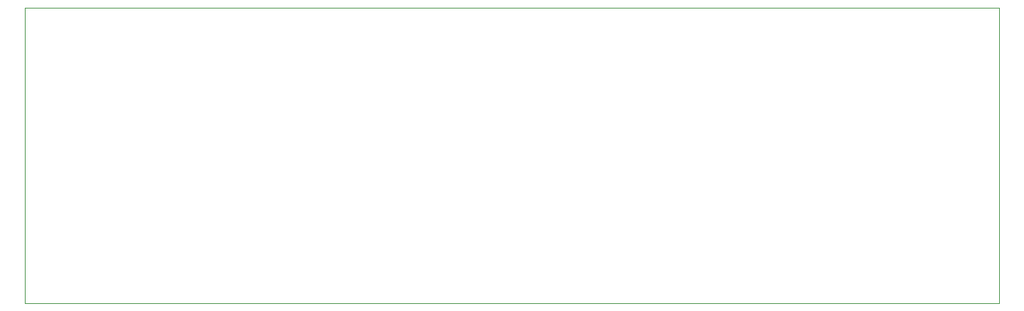
<source format=gbr>
%TF.GenerationSoftware,KiCad,Pcbnew,(6.0.0-0)*%
%TF.CreationDate,2022-09-15T22:17:50-04:00*%
%TF.ProjectId,CPU-Instruction-Decoder,4350552d-496e-4737-9472-756374696f6e,rev?*%
%TF.SameCoordinates,Original*%
%TF.FileFunction,Profile,NP*%
%FSLAX46Y46*%
G04 Gerber Fmt 4.6, Leading zero omitted, Abs format (unit mm)*
G04 Created by KiCad (PCBNEW (6.0.0-0)) date 2022-09-15 22:17:50*
%MOMM*%
%LPD*%
G01*
G04 APERTURE LIST*
%TA.AperFunction,Profile*%
%ADD10C,0.100000*%
%TD*%
G04 APERTURE END LIST*
D10*
X343154000Y-234442000D02*
X227076000Y-234442000D01*
X227076000Y-234442000D02*
X227076000Y-199136000D01*
X227076000Y-199136000D02*
X343154000Y-199136000D01*
X343154000Y-199136000D02*
X343154000Y-234442000D01*
M02*

</source>
